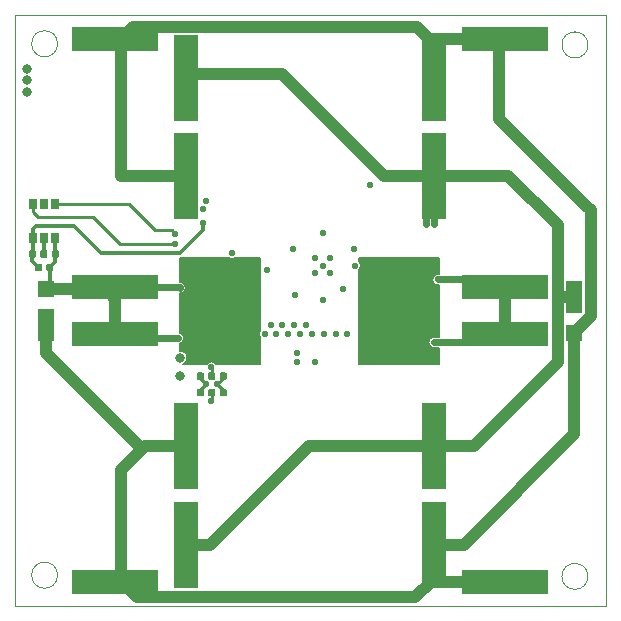
<source format=gbr>
%TF.GenerationSoftware,KiCad,Pcbnew,(5.1.4)-1*%
%TF.CreationDate,2019-10-27T14:01:39-07:00*%
%TF.ProjectId,SolarCell+Y,536f6c61-7243-4656-9c6c-2b592e6b6963,rev?*%
%TF.SameCoordinates,Original*%
%TF.FileFunction,Copper,L1,Top*%
%TF.FilePolarity,Positive*%
%FSLAX46Y46*%
G04 Gerber Fmt 4.6, Leading zero omitted, Abs format (unit mm)*
G04 Created by KiCad (PCBNEW (5.1.4)-1) date 2019-10-27 14:01:39*
%MOMM*%
%LPD*%
G04 APERTURE LIST*
%ADD10C,0.050000*%
%ADD11C,0.100000*%
%ADD12C,0.590000*%
%ADD13R,2.000000X7.400000*%
%ADD14R,0.700000X0.900000*%
%ADD15C,4.400000*%
%ADD16R,7.400000X2.000000*%
%ADD17R,1.400000X1.400000*%
%ADD18R,1.400000X2.700000*%
%ADD19C,0.584200*%
%ADD20C,0.800000*%
%ADD21C,1.000000*%
%ADD22C,0.584200*%
%ADD23C,0.250000*%
%ADD24C,0.248920*%
%ADD25C,0.299720*%
%ADD26C,0.127000*%
G04 APERTURE END LIST*
D10*
X198500000Y-42500000D02*
G75*
G03X198500000Y-42500000I-1100000J0D01*
G01*
X198500000Y-87500000D02*
G75*
G03X198500000Y-87500000I-1100000J0D01*
G01*
X153600000Y-87400000D02*
G75*
G03X153600000Y-87400000I-1100000J0D01*
G01*
X200000000Y-40000000D02*
X150000000Y-40000000D01*
X200000000Y-90000000D02*
X200000000Y-40000000D01*
X150000000Y-90000000D02*
X200000000Y-90000000D01*
X150000000Y-40000000D02*
X150000000Y-90000000D01*
X153600000Y-42400000D02*
G75*
G03X153600000Y-42400000I-1100000J0D01*
G01*
D11*
G36*
X153577958Y-59878710D02*
G01*
X153592276Y-59880834D01*
X153606317Y-59884351D01*
X153619946Y-59889228D01*
X153633031Y-59895417D01*
X153645447Y-59902858D01*
X153657073Y-59911481D01*
X153667798Y-59921202D01*
X153677519Y-59931927D01*
X153686142Y-59943553D01*
X153693583Y-59955969D01*
X153699772Y-59969054D01*
X153704649Y-59982683D01*
X153708166Y-59996724D01*
X153710290Y-60011042D01*
X153711000Y-60025500D01*
X153711000Y-60370500D01*
X153710290Y-60384958D01*
X153708166Y-60399276D01*
X153704649Y-60413317D01*
X153699772Y-60426946D01*
X153693583Y-60440031D01*
X153686142Y-60452447D01*
X153677519Y-60464073D01*
X153667798Y-60474798D01*
X153657073Y-60484519D01*
X153645447Y-60493142D01*
X153633031Y-60500583D01*
X153619946Y-60506772D01*
X153606317Y-60511649D01*
X153592276Y-60515166D01*
X153577958Y-60517290D01*
X153563500Y-60518000D01*
X153268500Y-60518000D01*
X153254042Y-60517290D01*
X153239724Y-60515166D01*
X153225683Y-60511649D01*
X153212054Y-60506772D01*
X153198969Y-60500583D01*
X153186553Y-60493142D01*
X153174927Y-60484519D01*
X153164202Y-60474798D01*
X153154481Y-60464073D01*
X153145858Y-60452447D01*
X153138417Y-60440031D01*
X153132228Y-60426946D01*
X153127351Y-60413317D01*
X153123834Y-60399276D01*
X153121710Y-60384958D01*
X153121000Y-60370500D01*
X153121000Y-60025500D01*
X153121710Y-60011042D01*
X153123834Y-59996724D01*
X153127351Y-59982683D01*
X153132228Y-59969054D01*
X153138417Y-59955969D01*
X153145858Y-59943553D01*
X153154481Y-59931927D01*
X153164202Y-59921202D01*
X153174927Y-59911481D01*
X153186553Y-59902858D01*
X153198969Y-59895417D01*
X153212054Y-59889228D01*
X153225683Y-59884351D01*
X153239724Y-59880834D01*
X153254042Y-59878710D01*
X153268500Y-59878000D01*
X153563500Y-59878000D01*
X153577958Y-59878710D01*
X153577958Y-59878710D01*
G37*
D12*
X153416000Y-60198000D03*
D11*
G36*
X152607958Y-59878710D02*
G01*
X152622276Y-59880834D01*
X152636317Y-59884351D01*
X152649946Y-59889228D01*
X152663031Y-59895417D01*
X152675447Y-59902858D01*
X152687073Y-59911481D01*
X152697798Y-59921202D01*
X152707519Y-59931927D01*
X152716142Y-59943553D01*
X152723583Y-59955969D01*
X152729772Y-59969054D01*
X152734649Y-59982683D01*
X152738166Y-59996724D01*
X152740290Y-60011042D01*
X152741000Y-60025500D01*
X152741000Y-60370500D01*
X152740290Y-60384958D01*
X152738166Y-60399276D01*
X152734649Y-60413317D01*
X152729772Y-60426946D01*
X152723583Y-60440031D01*
X152716142Y-60452447D01*
X152707519Y-60464073D01*
X152697798Y-60474798D01*
X152687073Y-60484519D01*
X152675447Y-60493142D01*
X152663031Y-60500583D01*
X152649946Y-60506772D01*
X152636317Y-60511649D01*
X152622276Y-60515166D01*
X152607958Y-60517290D01*
X152593500Y-60518000D01*
X152298500Y-60518000D01*
X152284042Y-60517290D01*
X152269724Y-60515166D01*
X152255683Y-60511649D01*
X152242054Y-60506772D01*
X152228969Y-60500583D01*
X152216553Y-60493142D01*
X152204927Y-60484519D01*
X152194202Y-60474798D01*
X152184481Y-60464073D01*
X152175858Y-60452447D01*
X152168417Y-60440031D01*
X152162228Y-60426946D01*
X152157351Y-60413317D01*
X152153834Y-60399276D01*
X152151710Y-60384958D01*
X152151000Y-60370500D01*
X152151000Y-60025500D01*
X152151710Y-60011042D01*
X152153834Y-59996724D01*
X152157351Y-59982683D01*
X152162228Y-59969054D01*
X152168417Y-59955969D01*
X152175858Y-59943553D01*
X152184481Y-59931927D01*
X152194202Y-59921202D01*
X152204927Y-59911481D01*
X152216553Y-59902858D01*
X152228969Y-59895417D01*
X152242054Y-59889228D01*
X152255683Y-59884351D01*
X152269724Y-59880834D01*
X152284042Y-59878710D01*
X152298500Y-59878000D01*
X152593500Y-59878000D01*
X152607958Y-59878710D01*
X152607958Y-59878710D01*
G37*
D12*
X152446000Y-60198000D03*
D13*
X185496200Y-76454000D03*
X164496200Y-76454000D03*
D11*
G36*
X152602458Y-59878710D02*
G01*
X152616776Y-59880834D01*
X152630817Y-59884351D01*
X152644446Y-59889228D01*
X152657531Y-59895417D01*
X152669947Y-59902858D01*
X152681573Y-59911481D01*
X152692298Y-59921202D01*
X152702019Y-59931927D01*
X152710642Y-59943553D01*
X152718083Y-59955969D01*
X152724272Y-59969054D01*
X152729149Y-59982683D01*
X152732666Y-59996724D01*
X152734790Y-60011042D01*
X152735500Y-60025500D01*
X152735500Y-60370500D01*
X152734790Y-60384958D01*
X152732666Y-60399276D01*
X152729149Y-60413317D01*
X152724272Y-60426946D01*
X152718083Y-60440031D01*
X152710642Y-60452447D01*
X152702019Y-60464073D01*
X152692298Y-60474798D01*
X152681573Y-60484519D01*
X152669947Y-60493142D01*
X152657531Y-60500583D01*
X152644446Y-60506772D01*
X152630817Y-60511649D01*
X152616776Y-60515166D01*
X152602458Y-60517290D01*
X152588000Y-60518000D01*
X152293000Y-60518000D01*
X152278542Y-60517290D01*
X152264224Y-60515166D01*
X152250183Y-60511649D01*
X152236554Y-60506772D01*
X152223469Y-60500583D01*
X152211053Y-60493142D01*
X152199427Y-60484519D01*
X152188702Y-60474798D01*
X152178981Y-60464073D01*
X152170358Y-60452447D01*
X152162917Y-60440031D01*
X152156728Y-60426946D01*
X152151851Y-60413317D01*
X152148334Y-60399276D01*
X152146210Y-60384958D01*
X152145500Y-60370500D01*
X152145500Y-60025500D01*
X152146210Y-60011042D01*
X152148334Y-59996724D01*
X152151851Y-59982683D01*
X152156728Y-59969054D01*
X152162917Y-59955969D01*
X152170358Y-59943553D01*
X152178981Y-59931927D01*
X152188702Y-59921202D01*
X152199427Y-59911481D01*
X152211053Y-59902858D01*
X152223469Y-59895417D01*
X152236554Y-59889228D01*
X152250183Y-59884351D01*
X152264224Y-59880834D01*
X152278542Y-59878710D01*
X152293000Y-59878000D01*
X152588000Y-59878000D01*
X152602458Y-59878710D01*
X152602458Y-59878710D01*
G37*
D12*
X152440500Y-60198000D03*
D11*
G36*
X151632458Y-59878710D02*
G01*
X151646776Y-59880834D01*
X151660817Y-59884351D01*
X151674446Y-59889228D01*
X151687531Y-59895417D01*
X151699947Y-59902858D01*
X151711573Y-59911481D01*
X151722298Y-59921202D01*
X151732019Y-59931927D01*
X151740642Y-59943553D01*
X151748083Y-59955969D01*
X151754272Y-59969054D01*
X151759149Y-59982683D01*
X151762666Y-59996724D01*
X151764790Y-60011042D01*
X151765500Y-60025500D01*
X151765500Y-60370500D01*
X151764790Y-60384958D01*
X151762666Y-60399276D01*
X151759149Y-60413317D01*
X151754272Y-60426946D01*
X151748083Y-60440031D01*
X151740642Y-60452447D01*
X151732019Y-60464073D01*
X151722298Y-60474798D01*
X151711573Y-60484519D01*
X151699947Y-60493142D01*
X151687531Y-60500583D01*
X151674446Y-60506772D01*
X151660817Y-60511649D01*
X151646776Y-60515166D01*
X151632458Y-60517290D01*
X151618000Y-60518000D01*
X151323000Y-60518000D01*
X151308542Y-60517290D01*
X151294224Y-60515166D01*
X151280183Y-60511649D01*
X151266554Y-60506772D01*
X151253469Y-60500583D01*
X151241053Y-60493142D01*
X151229427Y-60484519D01*
X151218702Y-60474798D01*
X151208981Y-60464073D01*
X151200358Y-60452447D01*
X151192917Y-60440031D01*
X151186728Y-60426946D01*
X151181851Y-60413317D01*
X151178334Y-60399276D01*
X151176210Y-60384958D01*
X151175500Y-60370500D01*
X151175500Y-60025500D01*
X151176210Y-60011042D01*
X151178334Y-59996724D01*
X151181851Y-59982683D01*
X151186728Y-59969054D01*
X151192917Y-59955969D01*
X151200358Y-59943553D01*
X151208981Y-59931927D01*
X151218702Y-59921202D01*
X151229427Y-59911481D01*
X151241053Y-59902858D01*
X151253469Y-59895417D01*
X151266554Y-59889228D01*
X151280183Y-59884351D01*
X151294224Y-59880834D01*
X151308542Y-59878710D01*
X151323000Y-59878000D01*
X151618000Y-59878000D01*
X151632458Y-59878710D01*
X151632458Y-59878710D01*
G37*
D12*
X151470500Y-60198000D03*
D14*
X151513500Y-55954000D03*
X152463500Y-55954000D03*
X153413500Y-55954000D03*
X153413500Y-58854000D03*
X152463500Y-58854000D03*
X151513500Y-58854000D03*
D15*
X182937500Y-65000000D03*
X167062500Y-65000000D03*
D13*
X164500000Y-84836000D03*
X185500000Y-84836000D03*
D16*
X191508000Y-63037000D03*
X191508000Y-42037000D03*
X158492000Y-67000000D03*
X158492000Y-88000000D03*
X158492000Y-63037000D03*
X158492000Y-42037000D03*
X191508000Y-67000000D03*
X191508000Y-88000000D03*
D13*
X185500000Y-45339000D03*
X164500000Y-45339000D03*
X164496200Y-53594000D03*
X185496200Y-53594000D03*
D17*
X152654000Y-63174000D03*
D18*
X152654000Y-66224000D03*
D17*
X197358000Y-66874000D03*
D18*
X197358000Y-63824000D03*
D11*
G36*
X166808958Y-70229210D02*
G01*
X166823276Y-70231334D01*
X166837317Y-70234851D01*
X166850946Y-70239728D01*
X166864031Y-70245917D01*
X166876447Y-70253358D01*
X166888073Y-70261981D01*
X166898798Y-70271702D01*
X166908519Y-70282427D01*
X166917142Y-70294053D01*
X166924583Y-70306469D01*
X166930772Y-70319554D01*
X166935649Y-70333183D01*
X166939166Y-70347224D01*
X166941290Y-70361542D01*
X166942000Y-70376000D01*
X166942000Y-70721000D01*
X166941290Y-70735458D01*
X166939166Y-70749776D01*
X166935649Y-70763817D01*
X166930772Y-70777446D01*
X166924583Y-70790531D01*
X166917142Y-70802947D01*
X166908519Y-70814573D01*
X166898798Y-70825298D01*
X166888073Y-70835019D01*
X166876447Y-70843642D01*
X166864031Y-70851083D01*
X166850946Y-70857272D01*
X166837317Y-70862149D01*
X166823276Y-70865666D01*
X166808958Y-70867790D01*
X166794500Y-70868500D01*
X166499500Y-70868500D01*
X166485042Y-70867790D01*
X166470724Y-70865666D01*
X166456683Y-70862149D01*
X166443054Y-70857272D01*
X166429969Y-70851083D01*
X166417553Y-70843642D01*
X166405927Y-70835019D01*
X166395202Y-70825298D01*
X166385481Y-70814573D01*
X166376858Y-70802947D01*
X166369417Y-70790531D01*
X166363228Y-70777446D01*
X166358351Y-70763817D01*
X166354834Y-70749776D01*
X166352710Y-70735458D01*
X166352000Y-70721000D01*
X166352000Y-70376000D01*
X166352710Y-70361542D01*
X166354834Y-70347224D01*
X166358351Y-70333183D01*
X166363228Y-70319554D01*
X166369417Y-70306469D01*
X166376858Y-70294053D01*
X166385481Y-70282427D01*
X166395202Y-70271702D01*
X166405927Y-70261981D01*
X166417553Y-70253358D01*
X166429969Y-70245917D01*
X166443054Y-70239728D01*
X166456683Y-70234851D01*
X166470724Y-70231334D01*
X166485042Y-70229210D01*
X166499500Y-70228500D01*
X166794500Y-70228500D01*
X166808958Y-70229210D01*
X166808958Y-70229210D01*
G37*
D12*
X166647000Y-70548500D03*
D11*
G36*
X167778958Y-70229210D02*
G01*
X167793276Y-70231334D01*
X167807317Y-70234851D01*
X167820946Y-70239728D01*
X167834031Y-70245917D01*
X167846447Y-70253358D01*
X167858073Y-70261981D01*
X167868798Y-70271702D01*
X167878519Y-70282427D01*
X167887142Y-70294053D01*
X167894583Y-70306469D01*
X167900772Y-70319554D01*
X167905649Y-70333183D01*
X167909166Y-70347224D01*
X167911290Y-70361542D01*
X167912000Y-70376000D01*
X167912000Y-70721000D01*
X167911290Y-70735458D01*
X167909166Y-70749776D01*
X167905649Y-70763817D01*
X167900772Y-70777446D01*
X167894583Y-70790531D01*
X167887142Y-70802947D01*
X167878519Y-70814573D01*
X167868798Y-70825298D01*
X167858073Y-70835019D01*
X167846447Y-70843642D01*
X167834031Y-70851083D01*
X167820946Y-70857272D01*
X167807317Y-70862149D01*
X167793276Y-70865666D01*
X167778958Y-70867790D01*
X167764500Y-70868500D01*
X167469500Y-70868500D01*
X167455042Y-70867790D01*
X167440724Y-70865666D01*
X167426683Y-70862149D01*
X167413054Y-70857272D01*
X167399969Y-70851083D01*
X167387553Y-70843642D01*
X167375927Y-70835019D01*
X167365202Y-70825298D01*
X167355481Y-70814573D01*
X167346858Y-70802947D01*
X167339417Y-70790531D01*
X167333228Y-70777446D01*
X167328351Y-70763817D01*
X167324834Y-70749776D01*
X167322710Y-70735458D01*
X167322000Y-70721000D01*
X167322000Y-70376000D01*
X167322710Y-70361542D01*
X167324834Y-70347224D01*
X167328351Y-70333183D01*
X167333228Y-70319554D01*
X167339417Y-70306469D01*
X167346858Y-70294053D01*
X167355481Y-70282427D01*
X167365202Y-70271702D01*
X167375927Y-70261981D01*
X167387553Y-70253358D01*
X167399969Y-70245917D01*
X167413054Y-70239728D01*
X167426683Y-70234851D01*
X167440724Y-70231334D01*
X167455042Y-70229210D01*
X167469500Y-70228500D01*
X167764500Y-70228500D01*
X167778958Y-70229210D01*
X167778958Y-70229210D01*
G37*
D12*
X167617000Y-70548500D03*
D11*
G36*
X165838678Y-70229210D02*
G01*
X165852996Y-70231334D01*
X165867037Y-70234851D01*
X165880666Y-70239728D01*
X165893751Y-70245917D01*
X165906167Y-70253358D01*
X165917793Y-70261981D01*
X165928518Y-70271702D01*
X165938239Y-70282427D01*
X165946862Y-70294053D01*
X165954303Y-70306469D01*
X165960492Y-70319554D01*
X165965369Y-70333183D01*
X165968886Y-70347224D01*
X165971010Y-70361542D01*
X165971720Y-70376000D01*
X165971720Y-70721000D01*
X165971010Y-70735458D01*
X165968886Y-70749776D01*
X165965369Y-70763817D01*
X165960492Y-70777446D01*
X165954303Y-70790531D01*
X165946862Y-70802947D01*
X165938239Y-70814573D01*
X165928518Y-70825298D01*
X165917793Y-70835019D01*
X165906167Y-70843642D01*
X165893751Y-70851083D01*
X165880666Y-70857272D01*
X165867037Y-70862149D01*
X165852996Y-70865666D01*
X165838678Y-70867790D01*
X165824220Y-70868500D01*
X165529220Y-70868500D01*
X165514762Y-70867790D01*
X165500444Y-70865666D01*
X165486403Y-70862149D01*
X165472774Y-70857272D01*
X165459689Y-70851083D01*
X165447273Y-70843642D01*
X165435647Y-70835019D01*
X165424922Y-70825298D01*
X165415201Y-70814573D01*
X165406578Y-70802947D01*
X165399137Y-70790531D01*
X165392948Y-70777446D01*
X165388071Y-70763817D01*
X165384554Y-70749776D01*
X165382430Y-70735458D01*
X165381720Y-70721000D01*
X165381720Y-70376000D01*
X165382430Y-70361542D01*
X165384554Y-70347224D01*
X165388071Y-70333183D01*
X165392948Y-70319554D01*
X165399137Y-70306469D01*
X165406578Y-70294053D01*
X165415201Y-70282427D01*
X165424922Y-70271702D01*
X165435647Y-70261981D01*
X165447273Y-70253358D01*
X165459689Y-70245917D01*
X165472774Y-70239728D01*
X165486403Y-70234851D01*
X165500444Y-70231334D01*
X165514762Y-70229210D01*
X165529220Y-70228500D01*
X165824220Y-70228500D01*
X165838678Y-70229210D01*
X165838678Y-70229210D01*
G37*
D12*
X165676720Y-70548500D03*
D11*
G36*
X166808678Y-70229210D02*
G01*
X166822996Y-70231334D01*
X166837037Y-70234851D01*
X166850666Y-70239728D01*
X166863751Y-70245917D01*
X166876167Y-70253358D01*
X166887793Y-70261981D01*
X166898518Y-70271702D01*
X166908239Y-70282427D01*
X166916862Y-70294053D01*
X166924303Y-70306469D01*
X166930492Y-70319554D01*
X166935369Y-70333183D01*
X166938886Y-70347224D01*
X166941010Y-70361542D01*
X166941720Y-70376000D01*
X166941720Y-70721000D01*
X166941010Y-70735458D01*
X166938886Y-70749776D01*
X166935369Y-70763817D01*
X166930492Y-70777446D01*
X166924303Y-70790531D01*
X166916862Y-70802947D01*
X166908239Y-70814573D01*
X166898518Y-70825298D01*
X166887793Y-70835019D01*
X166876167Y-70843642D01*
X166863751Y-70851083D01*
X166850666Y-70857272D01*
X166837037Y-70862149D01*
X166822996Y-70865666D01*
X166808678Y-70867790D01*
X166794220Y-70868500D01*
X166499220Y-70868500D01*
X166484762Y-70867790D01*
X166470444Y-70865666D01*
X166456403Y-70862149D01*
X166442774Y-70857272D01*
X166429689Y-70851083D01*
X166417273Y-70843642D01*
X166405647Y-70835019D01*
X166394922Y-70825298D01*
X166385201Y-70814573D01*
X166376578Y-70802947D01*
X166369137Y-70790531D01*
X166362948Y-70777446D01*
X166358071Y-70763817D01*
X166354554Y-70749776D01*
X166352430Y-70735458D01*
X166351720Y-70721000D01*
X166351720Y-70376000D01*
X166352430Y-70361542D01*
X166354554Y-70347224D01*
X166358071Y-70333183D01*
X166362948Y-70319554D01*
X166369137Y-70306469D01*
X166376578Y-70294053D01*
X166385201Y-70282427D01*
X166394922Y-70271702D01*
X166405647Y-70261981D01*
X166417273Y-70253358D01*
X166429689Y-70245917D01*
X166442774Y-70239728D01*
X166456403Y-70234851D01*
X166470444Y-70231334D01*
X166484762Y-70229210D01*
X166499220Y-70228500D01*
X166794220Y-70228500D01*
X166808678Y-70229210D01*
X166808678Y-70229210D01*
G37*
D12*
X166646720Y-70548500D03*
D11*
G36*
X166808958Y-71626210D02*
G01*
X166823276Y-71628334D01*
X166837317Y-71631851D01*
X166850946Y-71636728D01*
X166864031Y-71642917D01*
X166876447Y-71650358D01*
X166888073Y-71658981D01*
X166898798Y-71668702D01*
X166908519Y-71679427D01*
X166917142Y-71691053D01*
X166924583Y-71703469D01*
X166930772Y-71716554D01*
X166935649Y-71730183D01*
X166939166Y-71744224D01*
X166941290Y-71758542D01*
X166942000Y-71773000D01*
X166942000Y-72118000D01*
X166941290Y-72132458D01*
X166939166Y-72146776D01*
X166935649Y-72160817D01*
X166930772Y-72174446D01*
X166924583Y-72187531D01*
X166917142Y-72199947D01*
X166908519Y-72211573D01*
X166898798Y-72222298D01*
X166888073Y-72232019D01*
X166876447Y-72240642D01*
X166864031Y-72248083D01*
X166850946Y-72254272D01*
X166837317Y-72259149D01*
X166823276Y-72262666D01*
X166808958Y-72264790D01*
X166794500Y-72265500D01*
X166499500Y-72265500D01*
X166485042Y-72264790D01*
X166470724Y-72262666D01*
X166456683Y-72259149D01*
X166443054Y-72254272D01*
X166429969Y-72248083D01*
X166417553Y-72240642D01*
X166405927Y-72232019D01*
X166395202Y-72222298D01*
X166385481Y-72211573D01*
X166376858Y-72199947D01*
X166369417Y-72187531D01*
X166363228Y-72174446D01*
X166358351Y-72160817D01*
X166354834Y-72146776D01*
X166352710Y-72132458D01*
X166352000Y-72118000D01*
X166352000Y-71773000D01*
X166352710Y-71758542D01*
X166354834Y-71744224D01*
X166358351Y-71730183D01*
X166363228Y-71716554D01*
X166369417Y-71703469D01*
X166376858Y-71691053D01*
X166385481Y-71679427D01*
X166395202Y-71668702D01*
X166405927Y-71658981D01*
X166417553Y-71650358D01*
X166429969Y-71642917D01*
X166443054Y-71636728D01*
X166456683Y-71631851D01*
X166470724Y-71628334D01*
X166485042Y-71626210D01*
X166499500Y-71625500D01*
X166794500Y-71625500D01*
X166808958Y-71626210D01*
X166808958Y-71626210D01*
G37*
D12*
X166647000Y-71945500D03*
D11*
G36*
X167778958Y-71626210D02*
G01*
X167793276Y-71628334D01*
X167807317Y-71631851D01*
X167820946Y-71636728D01*
X167834031Y-71642917D01*
X167846447Y-71650358D01*
X167858073Y-71658981D01*
X167868798Y-71668702D01*
X167878519Y-71679427D01*
X167887142Y-71691053D01*
X167894583Y-71703469D01*
X167900772Y-71716554D01*
X167905649Y-71730183D01*
X167909166Y-71744224D01*
X167911290Y-71758542D01*
X167912000Y-71773000D01*
X167912000Y-72118000D01*
X167911290Y-72132458D01*
X167909166Y-72146776D01*
X167905649Y-72160817D01*
X167900772Y-72174446D01*
X167894583Y-72187531D01*
X167887142Y-72199947D01*
X167878519Y-72211573D01*
X167868798Y-72222298D01*
X167858073Y-72232019D01*
X167846447Y-72240642D01*
X167834031Y-72248083D01*
X167820946Y-72254272D01*
X167807317Y-72259149D01*
X167793276Y-72262666D01*
X167778958Y-72264790D01*
X167764500Y-72265500D01*
X167469500Y-72265500D01*
X167455042Y-72264790D01*
X167440724Y-72262666D01*
X167426683Y-72259149D01*
X167413054Y-72254272D01*
X167399969Y-72248083D01*
X167387553Y-72240642D01*
X167375927Y-72232019D01*
X167365202Y-72222298D01*
X167355481Y-72211573D01*
X167346858Y-72199947D01*
X167339417Y-72187531D01*
X167333228Y-72174446D01*
X167328351Y-72160817D01*
X167324834Y-72146776D01*
X167322710Y-72132458D01*
X167322000Y-72118000D01*
X167322000Y-71773000D01*
X167322710Y-71758542D01*
X167324834Y-71744224D01*
X167328351Y-71730183D01*
X167333228Y-71716554D01*
X167339417Y-71703469D01*
X167346858Y-71691053D01*
X167355481Y-71679427D01*
X167365202Y-71668702D01*
X167375927Y-71658981D01*
X167387553Y-71650358D01*
X167399969Y-71642917D01*
X167413054Y-71636728D01*
X167426683Y-71631851D01*
X167440724Y-71628334D01*
X167455042Y-71626210D01*
X167469500Y-71625500D01*
X167764500Y-71625500D01*
X167778958Y-71626210D01*
X167778958Y-71626210D01*
G37*
D12*
X167617000Y-71945500D03*
D11*
G36*
X165838678Y-71626210D02*
G01*
X165852996Y-71628334D01*
X165867037Y-71631851D01*
X165880666Y-71636728D01*
X165893751Y-71642917D01*
X165906167Y-71650358D01*
X165917793Y-71658981D01*
X165928518Y-71668702D01*
X165938239Y-71679427D01*
X165946862Y-71691053D01*
X165954303Y-71703469D01*
X165960492Y-71716554D01*
X165965369Y-71730183D01*
X165968886Y-71744224D01*
X165971010Y-71758542D01*
X165971720Y-71773000D01*
X165971720Y-72118000D01*
X165971010Y-72132458D01*
X165968886Y-72146776D01*
X165965369Y-72160817D01*
X165960492Y-72174446D01*
X165954303Y-72187531D01*
X165946862Y-72199947D01*
X165938239Y-72211573D01*
X165928518Y-72222298D01*
X165917793Y-72232019D01*
X165906167Y-72240642D01*
X165893751Y-72248083D01*
X165880666Y-72254272D01*
X165867037Y-72259149D01*
X165852996Y-72262666D01*
X165838678Y-72264790D01*
X165824220Y-72265500D01*
X165529220Y-72265500D01*
X165514762Y-72264790D01*
X165500444Y-72262666D01*
X165486403Y-72259149D01*
X165472774Y-72254272D01*
X165459689Y-72248083D01*
X165447273Y-72240642D01*
X165435647Y-72232019D01*
X165424922Y-72222298D01*
X165415201Y-72211573D01*
X165406578Y-72199947D01*
X165399137Y-72187531D01*
X165392948Y-72174446D01*
X165388071Y-72160817D01*
X165384554Y-72146776D01*
X165382430Y-72132458D01*
X165381720Y-72118000D01*
X165381720Y-71773000D01*
X165382430Y-71758542D01*
X165384554Y-71744224D01*
X165388071Y-71730183D01*
X165392948Y-71716554D01*
X165399137Y-71703469D01*
X165406578Y-71691053D01*
X165415201Y-71679427D01*
X165424922Y-71668702D01*
X165435647Y-71658981D01*
X165447273Y-71650358D01*
X165459689Y-71642917D01*
X165472774Y-71636728D01*
X165486403Y-71631851D01*
X165500444Y-71628334D01*
X165514762Y-71626210D01*
X165529220Y-71625500D01*
X165824220Y-71625500D01*
X165838678Y-71626210D01*
X165838678Y-71626210D01*
G37*
D12*
X165676720Y-71945500D03*
D11*
G36*
X166808678Y-71626210D02*
G01*
X166822996Y-71628334D01*
X166837037Y-71631851D01*
X166850666Y-71636728D01*
X166863751Y-71642917D01*
X166876167Y-71650358D01*
X166887793Y-71658981D01*
X166898518Y-71668702D01*
X166908239Y-71679427D01*
X166916862Y-71691053D01*
X166924303Y-71703469D01*
X166930492Y-71716554D01*
X166935369Y-71730183D01*
X166938886Y-71744224D01*
X166941010Y-71758542D01*
X166941720Y-71773000D01*
X166941720Y-72118000D01*
X166941010Y-72132458D01*
X166938886Y-72146776D01*
X166935369Y-72160817D01*
X166930492Y-72174446D01*
X166924303Y-72187531D01*
X166916862Y-72199947D01*
X166908239Y-72211573D01*
X166898518Y-72222298D01*
X166887793Y-72232019D01*
X166876167Y-72240642D01*
X166863751Y-72248083D01*
X166850666Y-72254272D01*
X166837037Y-72259149D01*
X166822996Y-72262666D01*
X166808678Y-72264790D01*
X166794220Y-72265500D01*
X166499220Y-72265500D01*
X166484762Y-72264790D01*
X166470444Y-72262666D01*
X166456403Y-72259149D01*
X166442774Y-72254272D01*
X166429689Y-72248083D01*
X166417273Y-72240642D01*
X166405647Y-72232019D01*
X166394922Y-72222298D01*
X166385201Y-72211573D01*
X166376578Y-72199947D01*
X166369137Y-72187531D01*
X166362948Y-72174446D01*
X166358071Y-72160817D01*
X166354554Y-72146776D01*
X166352430Y-72132458D01*
X166351720Y-72118000D01*
X166351720Y-71773000D01*
X166352430Y-71758542D01*
X166354554Y-71744224D01*
X166358071Y-71730183D01*
X166362948Y-71716554D01*
X166369137Y-71703469D01*
X166376578Y-71691053D01*
X166385201Y-71679427D01*
X166394922Y-71668702D01*
X166405647Y-71658981D01*
X166417273Y-71650358D01*
X166429689Y-71642917D01*
X166442774Y-71636728D01*
X166456403Y-71631851D01*
X166470444Y-71628334D01*
X166484762Y-71626210D01*
X166499220Y-71625500D01*
X166794220Y-71625500D01*
X166808678Y-71626210D01*
X166808678Y-71626210D01*
G37*
D12*
X166646720Y-71945500D03*
D11*
G36*
X152140458Y-61021710D02*
G01*
X152154776Y-61023834D01*
X152168817Y-61027351D01*
X152182446Y-61032228D01*
X152195531Y-61038417D01*
X152207947Y-61045858D01*
X152219573Y-61054481D01*
X152230298Y-61064202D01*
X152240019Y-61074927D01*
X152248642Y-61086553D01*
X152256083Y-61098969D01*
X152262272Y-61112054D01*
X152267149Y-61125683D01*
X152270666Y-61139724D01*
X152272790Y-61154042D01*
X152273500Y-61168500D01*
X152273500Y-61513500D01*
X152272790Y-61527958D01*
X152270666Y-61542276D01*
X152267149Y-61556317D01*
X152262272Y-61569946D01*
X152256083Y-61583031D01*
X152248642Y-61595447D01*
X152240019Y-61607073D01*
X152230298Y-61617798D01*
X152219573Y-61627519D01*
X152207947Y-61636142D01*
X152195531Y-61643583D01*
X152182446Y-61649772D01*
X152168817Y-61654649D01*
X152154776Y-61658166D01*
X152140458Y-61660290D01*
X152126000Y-61661000D01*
X151831000Y-61661000D01*
X151816542Y-61660290D01*
X151802224Y-61658166D01*
X151788183Y-61654649D01*
X151774554Y-61649772D01*
X151761469Y-61643583D01*
X151749053Y-61636142D01*
X151737427Y-61627519D01*
X151726702Y-61617798D01*
X151716981Y-61607073D01*
X151708358Y-61595447D01*
X151700917Y-61583031D01*
X151694728Y-61569946D01*
X151689851Y-61556317D01*
X151686334Y-61542276D01*
X151684210Y-61527958D01*
X151683500Y-61513500D01*
X151683500Y-61168500D01*
X151684210Y-61154042D01*
X151686334Y-61139724D01*
X151689851Y-61125683D01*
X151694728Y-61112054D01*
X151700917Y-61098969D01*
X151708358Y-61086553D01*
X151716981Y-61074927D01*
X151726702Y-61064202D01*
X151737427Y-61054481D01*
X151749053Y-61045858D01*
X151761469Y-61038417D01*
X151774554Y-61032228D01*
X151788183Y-61027351D01*
X151802224Y-61023834D01*
X151816542Y-61021710D01*
X151831000Y-61021000D01*
X152126000Y-61021000D01*
X152140458Y-61021710D01*
X152140458Y-61021710D01*
G37*
D12*
X151978500Y-61341000D03*
D11*
G36*
X153110458Y-61021710D02*
G01*
X153124776Y-61023834D01*
X153138817Y-61027351D01*
X153152446Y-61032228D01*
X153165531Y-61038417D01*
X153177947Y-61045858D01*
X153189573Y-61054481D01*
X153200298Y-61064202D01*
X153210019Y-61074927D01*
X153218642Y-61086553D01*
X153226083Y-61098969D01*
X153232272Y-61112054D01*
X153237149Y-61125683D01*
X153240666Y-61139724D01*
X153242790Y-61154042D01*
X153243500Y-61168500D01*
X153243500Y-61513500D01*
X153242790Y-61527958D01*
X153240666Y-61542276D01*
X153237149Y-61556317D01*
X153232272Y-61569946D01*
X153226083Y-61583031D01*
X153218642Y-61595447D01*
X153210019Y-61607073D01*
X153200298Y-61617798D01*
X153189573Y-61627519D01*
X153177947Y-61636142D01*
X153165531Y-61643583D01*
X153152446Y-61649772D01*
X153138817Y-61654649D01*
X153124776Y-61658166D01*
X153110458Y-61660290D01*
X153096000Y-61661000D01*
X152801000Y-61661000D01*
X152786542Y-61660290D01*
X152772224Y-61658166D01*
X152758183Y-61654649D01*
X152744554Y-61649772D01*
X152731469Y-61643583D01*
X152719053Y-61636142D01*
X152707427Y-61627519D01*
X152696702Y-61617798D01*
X152686981Y-61607073D01*
X152678358Y-61595447D01*
X152670917Y-61583031D01*
X152664728Y-61569946D01*
X152659851Y-61556317D01*
X152656334Y-61542276D01*
X152654210Y-61527958D01*
X152653500Y-61513500D01*
X152653500Y-61168500D01*
X152654210Y-61154042D01*
X152656334Y-61139724D01*
X152659851Y-61125683D01*
X152664728Y-61112054D01*
X152670917Y-61098969D01*
X152678358Y-61086553D01*
X152686981Y-61074927D01*
X152696702Y-61064202D01*
X152707427Y-61054481D01*
X152719053Y-61045858D01*
X152731469Y-61038417D01*
X152744554Y-61032228D01*
X152758183Y-61027351D01*
X152772224Y-61023834D01*
X152786542Y-61021710D01*
X152801000Y-61021000D01*
X153096000Y-61021000D01*
X153110458Y-61021710D01*
X153110458Y-61021710D01*
G37*
D12*
X152948500Y-61341000D03*
D19*
X185483500Y-57658000D03*
X184785000Y-57658000D03*
X166624000Y-72644000D03*
X166149480Y-55716447D03*
X176702740Y-60577244D03*
X175432740Y-60577244D03*
X176702740Y-61821844D03*
X173545500Y-59817000D03*
X175425100Y-61846460D03*
X176032160Y-61239400D03*
X178653988Y-59811807D03*
X185801000Y-62357014D03*
X163957006Y-63055500D03*
X163830000Y-67310000D03*
X173863000Y-69342000D03*
X175387000Y-69342000D03*
X171132500Y-66992500D03*
X172132500Y-66992500D03*
X173132500Y-66992500D03*
X174132500Y-66992500D03*
X175132500Y-66992500D03*
X176132500Y-66992500D03*
X177132500Y-66992500D03*
X178132500Y-66992500D03*
X173640500Y-66230500D03*
X172640500Y-66230500D03*
X174640500Y-66230500D03*
X171640500Y-66230500D03*
X173863000Y-68580000D03*
X165925500Y-57594500D03*
X163573965Y-59346218D03*
X163565500Y-58485313D03*
X176042340Y-58392844D03*
X168338500Y-60134500D03*
X177800000Y-63182500D03*
X171323000Y-61531500D03*
X166624000Y-69786500D03*
X165915302Y-56388000D03*
X176085500Y-64071500D03*
X173723328Y-63677810D03*
X178811844Y-61186844D03*
X180086000Y-54356000D03*
D20*
X151000000Y-44500000D03*
X151000000Y-45500000D03*
X164000000Y-69000000D03*
X164000000Y-70500000D03*
X151000000Y-46500000D03*
D19*
X167132000Y-71247000D03*
X166179500Y-71247000D03*
D21*
X185558000Y-88000000D02*
X185547000Y-88011000D01*
X191000000Y-88000000D02*
X185558000Y-88000000D01*
X183896000Y-89281000D02*
X185293000Y-87884000D01*
X159000000Y-88000000D02*
X160281000Y-89281000D01*
X160281000Y-89281000D02*
X183896000Y-89281000D01*
X152654000Y-68574000D02*
X160534000Y-76454000D01*
X152654000Y-66224000D02*
X152654000Y-68574000D01*
X161042000Y-76454000D02*
X159000000Y-78496000D01*
X159000000Y-78496000D02*
X159000000Y-88000000D01*
X161042000Y-76454000D02*
X162420000Y-76454000D01*
X162420000Y-76454000D02*
X164420000Y-76454000D01*
X188008000Y-84836000D02*
X185500000Y-84836000D01*
X197358000Y-66874000D02*
X197358000Y-75486000D01*
X197358000Y-75486000D02*
X188008000Y-84836000D01*
X191000000Y-48760000D02*
X198374000Y-56134000D01*
X191000000Y-42037000D02*
X191000000Y-48760000D01*
X185039000Y-42037000D02*
X191000000Y-42037000D01*
X184013999Y-41011999D02*
X185039000Y-42037000D01*
X162543000Y-53598000D02*
X159000000Y-53598000D01*
X162547000Y-53594000D02*
X162543000Y-53598000D01*
X159000000Y-42037000D02*
X160025001Y-41011999D01*
X164547000Y-53594000D02*
X162547000Y-53594000D01*
X159000000Y-53598000D02*
X159000000Y-42037000D01*
X160025001Y-41011999D02*
X184013999Y-41011999D01*
X198065000Y-66167000D02*
X197358000Y-66874000D01*
X198755000Y-65477000D02*
X198065000Y-66167000D01*
X198374000Y-56134000D02*
X198755000Y-56515000D01*
X198755000Y-56515000D02*
X198755000Y-65477000D01*
X196018000Y-63824000D02*
X195961000Y-63881000D01*
X197358000Y-63824000D02*
X196018000Y-63824000D01*
X164500000Y-45000000D02*
X172635000Y-45000000D01*
X181229000Y-53594000D02*
X191770000Y-53594000D01*
X172635000Y-45000000D02*
X181229000Y-53594000D01*
X191770000Y-53594000D02*
X195961000Y-57785000D01*
X195961000Y-57785000D02*
X195961000Y-63881000D01*
X195961000Y-69342000D02*
X188849000Y-76454000D01*
X188849000Y-76454000D02*
X174882000Y-76454000D01*
X174882000Y-76454000D02*
X166500000Y-84836000D01*
X195961000Y-63881000D02*
X195961000Y-69342000D01*
X166500000Y-84836000D02*
X164500000Y-84836000D01*
D22*
X185496200Y-53594000D02*
X185496200Y-57645300D01*
X185496200Y-57645300D02*
X185483500Y-57658000D01*
X184785000Y-57658000D02*
X184785000Y-56705500D01*
D23*
X167000000Y-66500000D02*
X168000000Y-65500000D01*
D24*
X166646720Y-71945500D02*
X166646720Y-72621280D01*
X166646720Y-72621280D02*
X166624000Y-72644000D01*
D21*
X158492000Y-67000000D02*
X158492000Y-64000000D01*
X158301000Y-63809000D02*
X158492000Y-64000000D01*
X191508000Y-63037000D02*
X191508000Y-67000000D01*
X158355000Y-63174000D02*
X158492000Y-63037000D01*
X152654000Y-63174000D02*
X158355000Y-63174000D01*
D25*
X153413500Y-60195500D02*
X153416000Y-60198000D01*
X153413500Y-58854000D02*
X153413500Y-60195500D01*
X153416000Y-60873500D02*
X152948500Y-61341000D01*
X153416000Y-60198000D02*
X153416000Y-60873500D01*
X152948500Y-62879500D02*
X152654000Y-63174000D01*
X152948500Y-61341000D02*
X152948500Y-62879500D01*
D22*
X185801014Y-62357000D02*
X185801000Y-62357014D01*
X188214000Y-62357000D02*
X185801014Y-62357000D01*
X191508000Y-63037000D02*
X188894000Y-63037000D01*
X188894000Y-63037000D02*
X188214000Y-62357000D01*
X190817000Y-67691000D02*
X185483500Y-67691000D01*
X191508000Y-67000000D02*
X190817000Y-67691000D01*
X163938506Y-63037000D02*
X163957006Y-63055500D01*
X158492000Y-63037000D02*
X163938506Y-63037000D01*
X158802000Y-67310000D02*
X163830000Y-67310000D01*
X158492000Y-67000000D02*
X158802000Y-67310000D01*
D25*
X151513500Y-60155000D02*
X151470500Y-60198000D01*
X151513500Y-58854000D02*
X151513500Y-60155000D01*
X151470500Y-60833000D02*
X151978500Y-61341000D01*
X151470500Y-60198000D02*
X151470500Y-60833000D01*
X151513500Y-58104280D02*
X151769280Y-57848500D01*
X151513500Y-58854000D02*
X151513500Y-58104280D01*
X151769280Y-57848500D02*
X155003500Y-57848500D01*
X155003500Y-57848500D02*
X157289500Y-60134500D01*
X157289500Y-60134500D02*
X163957000Y-60134500D01*
X163957000Y-60134500D02*
X165925500Y-58166000D01*
X165925500Y-58166000D02*
X165925500Y-57594500D01*
D24*
X151513500Y-56652920D02*
X151947080Y-57086500D01*
X151513500Y-55954000D02*
X151513500Y-56652920D01*
X151947080Y-57086500D02*
X156591000Y-57086500D01*
X158850718Y-59346218D02*
X163573965Y-59346218D01*
X156591000Y-57086500D02*
X158850718Y-59346218D01*
X163273401Y-58193214D02*
X161888714Y-58193214D01*
X163565500Y-58485313D02*
X163273401Y-58193214D01*
X159649500Y-55954000D02*
X153413500Y-55954000D01*
X161888714Y-58193214D02*
X159649500Y-55954000D01*
X166646720Y-70548500D02*
X166646720Y-69809220D01*
X166646720Y-69809220D02*
X166624000Y-69786500D01*
X165676720Y-71945500D02*
X165676720Y-71749780D01*
X165676720Y-71749780D02*
X166179500Y-71247000D01*
X167617000Y-71945500D02*
X167617000Y-71732000D01*
X167617000Y-71732000D02*
X167132000Y-71247000D01*
X167617000Y-70762000D02*
X167132000Y-71247000D01*
X167617000Y-70548500D02*
X167617000Y-70762000D01*
X165676720Y-70744220D02*
X166179500Y-71247000D01*
X165676720Y-70548500D02*
X165676720Y-70744220D01*
D25*
X152440500Y-58877000D02*
X152463500Y-58854000D01*
X152440500Y-60198000D02*
X152440500Y-58877000D01*
D26*
G36*
X168109903Y-60562174D02*
G01*
X168197731Y-60598554D01*
X168290968Y-60617100D01*
X168386032Y-60617100D01*
X168479269Y-60598554D01*
X168567097Y-60562174D01*
X168636951Y-60515500D01*
X170709625Y-60515500D01*
X170709625Y-66756721D01*
X170704826Y-66763903D01*
X170668446Y-66851731D01*
X170649900Y-66944968D01*
X170649900Y-67040032D01*
X170668446Y-67133269D01*
X170704826Y-67221097D01*
X170709625Y-67228279D01*
X170709625Y-69532500D01*
X167034701Y-69532500D01*
X166998860Y-69478860D01*
X166931640Y-69411640D01*
X166852597Y-69358826D01*
X166764769Y-69322446D01*
X166671532Y-69303900D01*
X166576468Y-69303900D01*
X166483231Y-69322446D01*
X166395403Y-69358826D01*
X166316360Y-69411640D01*
X166249140Y-69478860D01*
X166213299Y-69532500D01*
X164257482Y-69532500D01*
X164279707Y-69523294D01*
X164376422Y-69458671D01*
X164458671Y-69376422D01*
X164523294Y-69279707D01*
X164567807Y-69172242D01*
X164590500Y-69058159D01*
X164590500Y-68941841D01*
X164567807Y-68827758D01*
X164523294Y-68720293D01*
X164458671Y-68623578D01*
X164376422Y-68541329D01*
X164279707Y-68476706D01*
X164172242Y-68432193D01*
X164058159Y-68409500D01*
X163972625Y-68409500D01*
X163972625Y-67773285D01*
X163992775Y-67764939D01*
X164015577Y-67758022D01*
X164036594Y-67746788D01*
X164058597Y-67737674D01*
X164078403Y-67724440D01*
X164099415Y-67713209D01*
X164117829Y-67698097D01*
X164137640Y-67684860D01*
X164154488Y-67668012D01*
X164172901Y-67652901D01*
X164188012Y-67634488D01*
X164204860Y-67617640D01*
X164218097Y-67597829D01*
X164233209Y-67579415D01*
X164244440Y-67558403D01*
X164257674Y-67538597D01*
X164266788Y-67516594D01*
X164278022Y-67495577D01*
X164284939Y-67472775D01*
X164294054Y-67450769D01*
X164298702Y-67427403D01*
X164305617Y-67404606D01*
X164307952Y-67380899D01*
X164312600Y-67357532D01*
X164312600Y-67333707D01*
X164314935Y-67310000D01*
X164312600Y-67286293D01*
X164312600Y-67262468D01*
X164307952Y-67239101D01*
X164305617Y-67215394D01*
X164298702Y-67192597D01*
X164294054Y-67169231D01*
X164284939Y-67147225D01*
X164278022Y-67124423D01*
X164266788Y-67103406D01*
X164257674Y-67081403D01*
X164244440Y-67061597D01*
X164233209Y-67040585D01*
X164218097Y-67022171D01*
X164204860Y-67002360D01*
X164188012Y-66985512D01*
X164172901Y-66967099D01*
X164154488Y-66951988D01*
X164137640Y-66935140D01*
X164117829Y-66921903D01*
X164099415Y-66906791D01*
X164078403Y-66895560D01*
X164058597Y-66882326D01*
X164036594Y-66873212D01*
X164015577Y-66861978D01*
X163992775Y-66855061D01*
X163972625Y-66846715D01*
X163972625Y-63538897D01*
X163980713Y-63538100D01*
X164004538Y-63538100D01*
X164027905Y-63533452D01*
X164051612Y-63531117D01*
X164074408Y-63524202D01*
X164097775Y-63519554D01*
X164119783Y-63510438D01*
X164142582Y-63503522D01*
X164163594Y-63492290D01*
X164185603Y-63483174D01*
X164205415Y-63469936D01*
X164226421Y-63458708D01*
X164244827Y-63443602D01*
X164264646Y-63430360D01*
X164281503Y-63413503D01*
X164299906Y-63398400D01*
X164315009Y-63379997D01*
X164331866Y-63363140D01*
X164345108Y-63343321D01*
X164360214Y-63324915D01*
X164371442Y-63303909D01*
X164384680Y-63284097D01*
X164393796Y-63262088D01*
X164405028Y-63241076D01*
X164411944Y-63218277D01*
X164421060Y-63196269D01*
X164425708Y-63172902D01*
X164432623Y-63150106D01*
X164434958Y-63126399D01*
X164439606Y-63103032D01*
X164439606Y-63079207D01*
X164441941Y-63055500D01*
X164439606Y-63031793D01*
X164439606Y-63007968D01*
X164434958Y-62984601D01*
X164432623Y-62960894D01*
X164425708Y-62938098D01*
X164421060Y-62914731D01*
X164411944Y-62892723D01*
X164405028Y-62869924D01*
X164393796Y-62848912D01*
X164384680Y-62826903D01*
X164371442Y-62807091D01*
X164360214Y-62786085D01*
X164345107Y-62767677D01*
X164331866Y-62747860D01*
X164296518Y-62712512D01*
X164281407Y-62694099D01*
X164207921Y-62633791D01*
X164124083Y-62588978D01*
X164033112Y-62561383D01*
X163972625Y-62555426D01*
X163972625Y-60515500D01*
X168040049Y-60515500D01*
X168109903Y-60562174D01*
X168109903Y-60562174D01*
G37*
X168109903Y-60562174D02*
X168197731Y-60598554D01*
X168290968Y-60617100D01*
X168386032Y-60617100D01*
X168479269Y-60598554D01*
X168567097Y-60562174D01*
X168636951Y-60515500D01*
X170709625Y-60515500D01*
X170709625Y-66756721D01*
X170704826Y-66763903D01*
X170668446Y-66851731D01*
X170649900Y-66944968D01*
X170649900Y-67040032D01*
X170668446Y-67133269D01*
X170704826Y-67221097D01*
X170709625Y-67228279D01*
X170709625Y-69532500D01*
X167034701Y-69532500D01*
X166998860Y-69478860D01*
X166931640Y-69411640D01*
X166852597Y-69358826D01*
X166764769Y-69322446D01*
X166671532Y-69303900D01*
X166576468Y-69303900D01*
X166483231Y-69322446D01*
X166395403Y-69358826D01*
X166316360Y-69411640D01*
X166249140Y-69478860D01*
X166213299Y-69532500D01*
X164257482Y-69532500D01*
X164279707Y-69523294D01*
X164376422Y-69458671D01*
X164458671Y-69376422D01*
X164523294Y-69279707D01*
X164567807Y-69172242D01*
X164590500Y-69058159D01*
X164590500Y-68941841D01*
X164567807Y-68827758D01*
X164523294Y-68720293D01*
X164458671Y-68623578D01*
X164376422Y-68541329D01*
X164279707Y-68476706D01*
X164172242Y-68432193D01*
X164058159Y-68409500D01*
X163972625Y-68409500D01*
X163972625Y-67773285D01*
X163992775Y-67764939D01*
X164015577Y-67758022D01*
X164036594Y-67746788D01*
X164058597Y-67737674D01*
X164078403Y-67724440D01*
X164099415Y-67713209D01*
X164117829Y-67698097D01*
X164137640Y-67684860D01*
X164154488Y-67668012D01*
X164172901Y-67652901D01*
X164188012Y-67634488D01*
X164204860Y-67617640D01*
X164218097Y-67597829D01*
X164233209Y-67579415D01*
X164244440Y-67558403D01*
X164257674Y-67538597D01*
X164266788Y-67516594D01*
X164278022Y-67495577D01*
X164284939Y-67472775D01*
X164294054Y-67450769D01*
X164298702Y-67427403D01*
X164305617Y-67404606D01*
X164307952Y-67380899D01*
X164312600Y-67357532D01*
X164312600Y-67333707D01*
X164314935Y-67310000D01*
X164312600Y-67286293D01*
X164312600Y-67262468D01*
X164307952Y-67239101D01*
X164305617Y-67215394D01*
X164298702Y-67192597D01*
X164294054Y-67169231D01*
X164284939Y-67147225D01*
X164278022Y-67124423D01*
X164266788Y-67103406D01*
X164257674Y-67081403D01*
X164244440Y-67061597D01*
X164233209Y-67040585D01*
X164218097Y-67022171D01*
X164204860Y-67002360D01*
X164188012Y-66985512D01*
X164172901Y-66967099D01*
X164154488Y-66951988D01*
X164137640Y-66935140D01*
X164117829Y-66921903D01*
X164099415Y-66906791D01*
X164078403Y-66895560D01*
X164058597Y-66882326D01*
X164036594Y-66873212D01*
X164015577Y-66861978D01*
X163992775Y-66855061D01*
X163972625Y-66846715D01*
X163972625Y-63538897D01*
X163980713Y-63538100D01*
X164004538Y-63538100D01*
X164027905Y-63533452D01*
X164051612Y-63531117D01*
X164074408Y-63524202D01*
X164097775Y-63519554D01*
X164119783Y-63510438D01*
X164142582Y-63503522D01*
X164163594Y-63492290D01*
X164185603Y-63483174D01*
X164205415Y-63469936D01*
X164226421Y-63458708D01*
X164244827Y-63443602D01*
X164264646Y-63430360D01*
X164281503Y-63413503D01*
X164299906Y-63398400D01*
X164315009Y-63379997D01*
X164331866Y-63363140D01*
X164345108Y-63343321D01*
X164360214Y-63324915D01*
X164371442Y-63303909D01*
X164384680Y-63284097D01*
X164393796Y-63262088D01*
X164405028Y-63241076D01*
X164411944Y-63218277D01*
X164421060Y-63196269D01*
X164425708Y-63172902D01*
X164432623Y-63150106D01*
X164434958Y-63126399D01*
X164439606Y-63103032D01*
X164439606Y-63079207D01*
X164441941Y-63055500D01*
X164439606Y-63031793D01*
X164439606Y-63007968D01*
X164434958Y-62984601D01*
X164432623Y-62960894D01*
X164425708Y-62938098D01*
X164421060Y-62914731D01*
X164411944Y-62892723D01*
X164405028Y-62869924D01*
X164393796Y-62848912D01*
X164384680Y-62826903D01*
X164371442Y-62807091D01*
X164360214Y-62786085D01*
X164345107Y-62767677D01*
X164331866Y-62747860D01*
X164296518Y-62712512D01*
X164281407Y-62694099D01*
X164207921Y-62633791D01*
X164124083Y-62588978D01*
X164033112Y-62561383D01*
X163972625Y-62555426D01*
X163972625Y-60515500D01*
X168040049Y-60515500D01*
X168109903Y-60562174D01*
G36*
X185864500Y-61874400D02*
G01*
X185824721Y-61874400D01*
X185801014Y-61872065D01*
X185777307Y-61874400D01*
X185777165Y-61874414D01*
X185753468Y-61874414D01*
X185730226Y-61879037D01*
X185706408Y-61881383D01*
X185683504Y-61888331D01*
X185660231Y-61892960D01*
X185638313Y-61902039D01*
X185615437Y-61908978D01*
X185594352Y-61920248D01*
X185572403Y-61929340D01*
X185552646Y-61942541D01*
X185531599Y-61953791D01*
X185513154Y-61968928D01*
X185493360Y-61982154D01*
X185476527Y-61998987D01*
X185458113Y-62014099D01*
X185443002Y-62032512D01*
X185426140Y-62049374D01*
X185412899Y-62069191D01*
X185397792Y-62087599D01*
X185386564Y-62108605D01*
X185373326Y-62128417D01*
X185364210Y-62150426D01*
X185352978Y-62171438D01*
X185346063Y-62194235D01*
X185336946Y-62216245D01*
X185332297Y-62239619D01*
X185325384Y-62262408D01*
X185323050Y-62286107D01*
X185318400Y-62309482D01*
X185318400Y-62333309D01*
X185316065Y-62357014D01*
X185318400Y-62380719D01*
X185318400Y-62404546D01*
X185323050Y-62427921D01*
X185325384Y-62451620D01*
X185332297Y-62474409D01*
X185336946Y-62497783D01*
X185346063Y-62519793D01*
X185352978Y-62542590D01*
X185364210Y-62563602D01*
X185373326Y-62585611D01*
X185386564Y-62605423D01*
X185397792Y-62626429D01*
X185412898Y-62644835D01*
X185426140Y-62664654D01*
X185442997Y-62681511D01*
X185458100Y-62699914D01*
X185476503Y-62715017D01*
X185493360Y-62731874D01*
X185513179Y-62745116D01*
X185531585Y-62760222D01*
X185552591Y-62771450D01*
X185572403Y-62784688D01*
X185594412Y-62793804D01*
X185615424Y-62805036D01*
X185638221Y-62811951D01*
X185660231Y-62821068D01*
X185683605Y-62825717D01*
X185706394Y-62832630D01*
X185730093Y-62834964D01*
X185753468Y-62839614D01*
X185777295Y-62839614D01*
X185801000Y-62841949D01*
X185824705Y-62839614D01*
X185848532Y-62839614D01*
X185848602Y-62839600D01*
X185864500Y-62839600D01*
X185864500Y-67208400D01*
X185459793Y-67208400D01*
X185388894Y-67215383D01*
X185297923Y-67242978D01*
X185214085Y-67287791D01*
X185140599Y-67348099D01*
X185080291Y-67421585D01*
X185035478Y-67505423D01*
X185007883Y-67596394D01*
X184998565Y-67691000D01*
X185007883Y-67785606D01*
X185035478Y-67876577D01*
X185080291Y-67960415D01*
X185140599Y-68033901D01*
X185214085Y-68094209D01*
X185297923Y-68139022D01*
X185388894Y-68166617D01*
X185459793Y-68173600D01*
X185864500Y-68173600D01*
X185864500Y-69532500D01*
X179139500Y-69532500D01*
X179139500Y-61541688D01*
X179186704Y-61494484D01*
X179239518Y-61415441D01*
X179275898Y-61327613D01*
X179294444Y-61234376D01*
X179294444Y-61139312D01*
X179275898Y-61046075D01*
X179239518Y-60958247D01*
X179186704Y-60879204D01*
X179139500Y-60832000D01*
X179139500Y-60515500D01*
X185864500Y-60515500D01*
X185864500Y-61874400D01*
X185864500Y-61874400D01*
G37*
X185864500Y-61874400D02*
X185824721Y-61874400D01*
X185801014Y-61872065D01*
X185777307Y-61874400D01*
X185777165Y-61874414D01*
X185753468Y-61874414D01*
X185730226Y-61879037D01*
X185706408Y-61881383D01*
X185683504Y-61888331D01*
X185660231Y-61892960D01*
X185638313Y-61902039D01*
X185615437Y-61908978D01*
X185594352Y-61920248D01*
X185572403Y-61929340D01*
X185552646Y-61942541D01*
X185531599Y-61953791D01*
X185513154Y-61968928D01*
X185493360Y-61982154D01*
X185476527Y-61998987D01*
X185458113Y-62014099D01*
X185443002Y-62032512D01*
X185426140Y-62049374D01*
X185412899Y-62069191D01*
X185397792Y-62087599D01*
X185386564Y-62108605D01*
X185373326Y-62128417D01*
X185364210Y-62150426D01*
X185352978Y-62171438D01*
X185346063Y-62194235D01*
X185336946Y-62216245D01*
X185332297Y-62239619D01*
X185325384Y-62262408D01*
X185323050Y-62286107D01*
X185318400Y-62309482D01*
X185318400Y-62333309D01*
X185316065Y-62357014D01*
X185318400Y-62380719D01*
X185318400Y-62404546D01*
X185323050Y-62427921D01*
X185325384Y-62451620D01*
X185332297Y-62474409D01*
X185336946Y-62497783D01*
X185346063Y-62519793D01*
X185352978Y-62542590D01*
X185364210Y-62563602D01*
X185373326Y-62585611D01*
X185386564Y-62605423D01*
X185397792Y-62626429D01*
X185412898Y-62644835D01*
X185426140Y-62664654D01*
X185442997Y-62681511D01*
X185458100Y-62699914D01*
X185476503Y-62715017D01*
X185493360Y-62731874D01*
X185513179Y-62745116D01*
X185531585Y-62760222D01*
X185552591Y-62771450D01*
X185572403Y-62784688D01*
X185594412Y-62793804D01*
X185615424Y-62805036D01*
X185638221Y-62811951D01*
X185660231Y-62821068D01*
X185683605Y-62825717D01*
X185706394Y-62832630D01*
X185730093Y-62834964D01*
X185753468Y-62839614D01*
X185777295Y-62839614D01*
X185801000Y-62841949D01*
X185824705Y-62839614D01*
X185848532Y-62839614D01*
X185848602Y-62839600D01*
X185864500Y-62839600D01*
X185864500Y-67208400D01*
X185459793Y-67208400D01*
X185388894Y-67215383D01*
X185297923Y-67242978D01*
X185214085Y-67287791D01*
X185140599Y-67348099D01*
X185080291Y-67421585D01*
X185035478Y-67505423D01*
X185007883Y-67596394D01*
X184998565Y-67691000D01*
X185007883Y-67785606D01*
X185035478Y-67876577D01*
X185080291Y-67960415D01*
X185140599Y-68033901D01*
X185214085Y-68094209D01*
X185297923Y-68139022D01*
X185388894Y-68166617D01*
X185459793Y-68173600D01*
X185864500Y-68173600D01*
X185864500Y-69532500D01*
X179139500Y-69532500D01*
X179139500Y-61541688D01*
X179186704Y-61494484D01*
X179239518Y-61415441D01*
X179275898Y-61327613D01*
X179294444Y-61234376D01*
X179294444Y-61139312D01*
X179275898Y-61046075D01*
X179239518Y-60958247D01*
X179186704Y-60879204D01*
X179139500Y-60832000D01*
X179139500Y-60515500D01*
X185864500Y-60515500D01*
X185864500Y-61874400D01*
M02*

</source>
